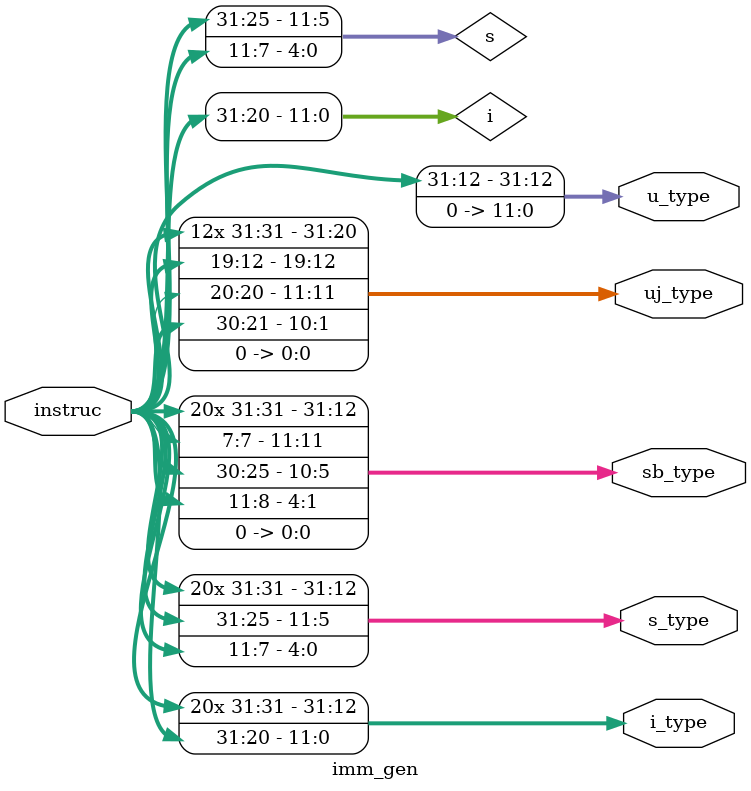
<source format=v>
module imm_gen (instruc,i_type,s_type,sb_type,uj_type,u_type);
    input wire [31:0] instruc;
    output reg [31:0] i_type,s_type,sb_type,uj_type,u_type;
     
     reg [11:0] i,s;
      
      
   always @(*)begin 
      s [4:0] = instruc [11:7];
      s [11:5] = instruc [31:25];
      i = instruc [31:20];
      i_type = {{20{i[11]}},i};
      s_type = {{20{s[11]}},s};
      sb_type ={{19{instruc[31]}},instruc[31],instruc[7],instruc[30:25],instruc[11:8],1'b0};
      uj_type = {{11{instruc[31]}},instruc[31],instruc[19:12],instruc[20],instruc[30:21],1'b0};
      u_type = {{instruc[31:12]},12'b0};
   end
endmodule
</source>
